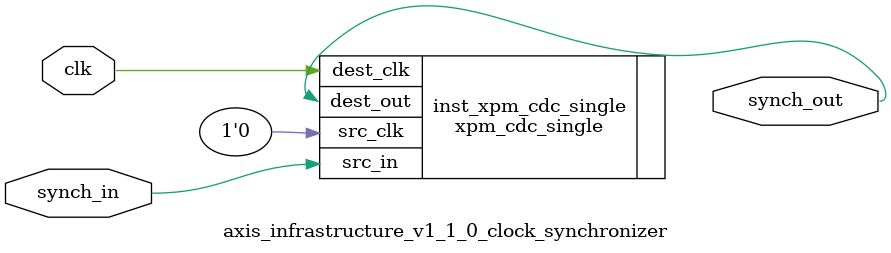
<source format=v>
`timescale 1ps / 1ps
`default_nettype none

(* DowngradeIPIdentifiedWarnings="yes" *)
module axis_infrastructure_v1_1_0_clock_synchronizer # (
///////////////////////////////////////////////////////////////////////////////
// Parameter Definitions
///////////////////////////////////////////////////////////////////////////////
  parameter integer C_NUM_STAGES              = 4
)     
(
///////////////////////////////////////////////////////////////////////////////
// Port Declarations     
///////////////////////////////////////////////////////////////////////////////
  input  wire                               clk,
  input  wire                               synch_in ,
  output wire                               synch_out
);

////////////////////////////////////////////////////////////////////////////////
// Local Parameters           
////////////////////////////////////////////////////////////////////////////////
////////////////////////////////////////////////////////////////////////////////
// Wires/Reg declarations
////////////////////////////////////////////////////////////////////////////////
xpm_cdc_single #(
	.DEST_SYNC_FF   ( C_NUM_STAGES ) ,
	.SRC_INPUT_REG  ( 0            ) ,
	.SIM_ASSERT_CHK ( 0            ) 
)
inst_xpm_cdc_single   (
  .src_clk  ( 1'b0      ) ,
  .src_in   ( synch_in  ) ,
  .dest_out ( synch_out ) ,
  .dest_clk ( clk       ) 
);

endmodule

`default_nettype wire

</source>
